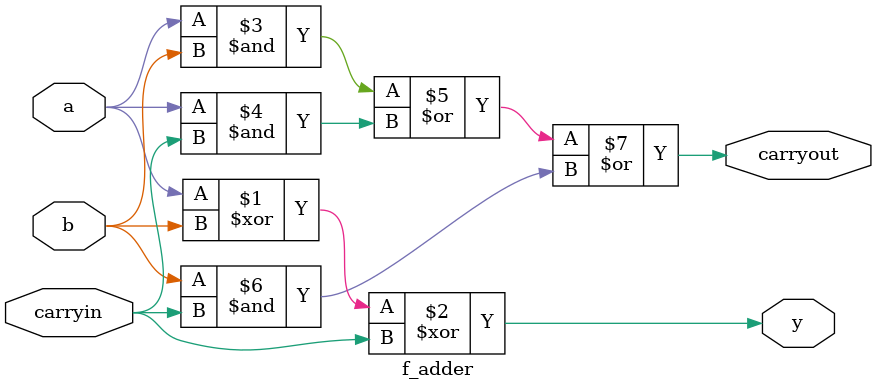
<source format=v>
`timescale 1ns / 1ps


module f_adder(y,carryout,a,b,carryin);
 input a,b,carryin;
 output y,carryout;
 assign y=a^b^carryin;
 assign carryout=((a&b)|(a&carryin)|(b&carryin));
 
endmodule

</source>
